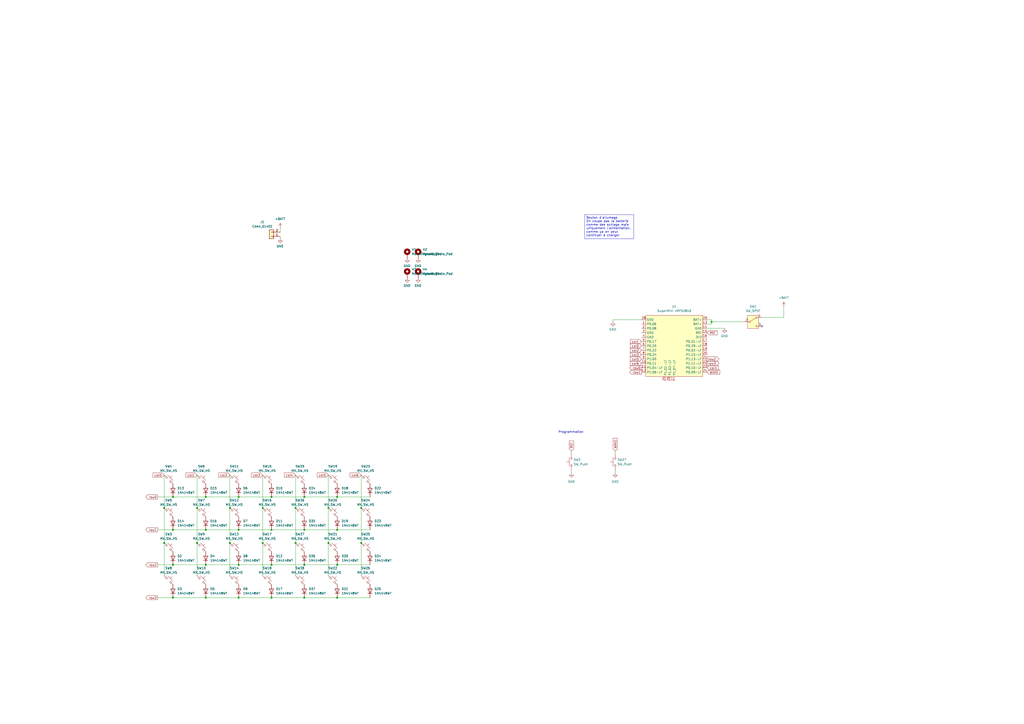
<source format=kicad_sch>
(kicad_sch (version 20231120) (generator "eeschema") (generator_version "8.0")
  (paper "A2")
  (lib_symbols
    (symbol "Connector_Generic:Conn_01x02" (pin_names (offset 1.016) hide)
      (property "Reference" "J" (at 0 2.54 0))
      (property "Value" "Conn_01x02" (at 0 -5.08 0))
      (symbol "Conn_01x02_1_1"
        (rectangle (start -1.27 -2.413) (end 0 -2.667) (stroke (width 0.1524)))
        (rectangle (start -1.27 0.127) (end 0 -0.127) (stroke (width 0.1524)))
        (rectangle (start -1.27 1.27) (end 1.27 -3.81) (stroke (width 0.254)) (fill (type background)))
        (pin passive line (at -5.08 0 0) (length 3.81) (name "Pin_1") (number "1"))
        (pin passive line (at -5.08 -2.54 0) (length 3.81) (name "Pin_2") (number "2"))
      )
    )
    (symbol "Diode:1N4148WT" (pin_numbers hide) (pin_names hide)
      (property "Reference" "D" (at 0 2.54 0))
      (property "Value" "1N4148WT" (at 0 -2.54 0))
      (symbol "1N4148WT_0_1"
        (polyline (pts (xy -1.27 1.27) (xy -1.27 -1.27)) (stroke (width 0.254)))
        (polyline (pts (xy 1.27 0) (xy -1.27 0)))
        (polyline (pts (xy 1.27 1.27) (xy 1.27 -1.27) (xy -1.27 0) (xy 1.27 1.27)) (stroke (width 0.254)))
      )
      (symbol "1N4148WT_1_1"
        (pin passive line (at -3.81 0 0) (length 2.54) (name "K") (number "1"))
        (pin passive line (at 3.81 0 180) (length 2.54) (name "A") (number "2"))
      )
    )
    (symbol "Mechanical:MountingHole_Pad" (pin_numbers hide) (pin_names (offset 1.016) hide) (exclude_from_sim yes) (in_bom no)
      (property "Reference" "H" (at 0 6.35 0))
      (property "Value" "MountingHole_Pad" (at 0 4.445 0))
      (symbol "MountingHole_Pad_0_1"
        (circle (center 0 1.27) (radius 1.27) (stroke (width 1.27)))
      )
      (symbol "MountingHole_Pad_1_1"
        (pin input line (at 0 -2.54 90) (length 2.54) (name "1") (number "1"))
      )
    )
    (symbol "PCM_marbastlib-mx:MX_SW_HS" (pin_numbers hide) (pin_names (offset 1.016) hide)
      (property "Reference" "MX" (at 3.048 1.016 0))
      (property "Value" "MX_SW_HS" (at 0 -3.81 0))
      (symbol "MX_SW_HS_0_1"
        (circle (center -1.1684 1.1684) (radius 0.508))
        (polyline (pts (xy -0.508 2.54) (xy 2.54 -0.508)))
        (polyline (pts (xy 1.016 1.016) (xy 2.032 2.032)))
        (polyline (pts (xy -2.54 2.54) (xy -1.524 1.524) (xy -1.524 1.524)))
        (polyline (pts (xy 1.524 -1.524) (xy 2.54 -2.54) (xy 2.54 -2.54) (xy 2.54 -2.54)))
        (circle (center 1.143 -1.1938) (radius 0.508))
        (pin passive line (at -2.54 2.54 0) (length 0) (name "1") (number "1"))
        (pin passive line (at 2.54 -2.54 180) (length 0) (name "2") (number "2"))
      )
    )
    (symbol "PCM_marbastlib-promicroish:SuperMini_nRF52840" (in_bom no)
      (property "Reference" "U" (at 0 22.86 0))
      (property "Value" "SuperMini nRF52840" (at 0 20.32 0))
      (symbol "SuperMini_nRF52840_0_0"
        (pin bidirectional line (at -19.05 13.97 0) (length 2.54) (name "P0.06") (number "1"))
        (pin bidirectional line (at -19.05 -8.89 0) (length 2.54) (name "P0.11") (number "10"))
        (pin bidirectional line (at -19.05 -11.43 0) (length 2.54) (name "P1.04-LF") (number "11"))
        (pin bidirectional line (at -19.05 -13.97 0) (length 2.54) (name "P1.06-LF") (number "12"))
        (pin power_out line (at 19.05 11.43 180) (length 2.54) (name "GND") (number "14"))
        (pin bidirectional line (at 19.05 8.89 180) (length 2.54) (name "RST") (number "15"))
        (pin bidirectional line (at 19.05 3.81 180) (length 2.54) (name "P0.31-LF") (number "17"))
        (pin bidirectional line (at 19.05 1.27 180) (length 2.54) (name "P0.29-LF") (number "18"))
        (pin bidirectional line (at 19.05 -1.27 180) (length 2.54) (name "P0.02-LF") (number "19"))
        (pin bidirectional line (at -19.05 11.43 0) (length 2.54) (name "P0.08") (number "2"))
        (pin bidirectional line (at 19.05 -3.81 180) (length 2.54) (name "P1.15-LF") (number "20"))
        (pin bidirectional line (at 19.05 -6.35 180) (length 2.54) (name "P1.13-LF") (number "21"))
        (pin bidirectional line (at 19.05 -8.89 180) (length 2.54) (name "P1.11-LF") (number "22"))
        (pin bidirectional line (at 19.05 -13.97 180) (length 2.54) (name "P0.09-LF") (number "24"))
        (pin power_out line (at -19.05 8.89 0) (length 2.54) (name "GND") (number "3"))
        (pin power_out line (at -19.05 6.35 0) (length 2.54) (name "GND") (number "4"))
        (pin bidirectional line (at -19.05 3.81 0) (length 2.54) (name "P0.17") (number "5"))
        (pin bidirectional line (at -19.05 1.27 0) (length 2.54) (name "P0.20") (number "6"))
        (pin bidirectional line (at -19.05 -1.27 0) (length 2.54) (name "P0.22") (number "7"))
        (pin bidirectional line (at -19.05 -3.81 0) (length 2.54) (name "P0.24") (number "8"))
        (pin bidirectional line (at -19.05 -6.35 0) (length 2.54) (name "P1.00") (number "9"))
      )
      (symbol "SuperMini_nRF52840_1_0"
        (pin power_out line (at 19.05 13.97 180) (length 2.54) (name "BAT+") (number "13"))
        (pin power_out line (at 19.05 6.35 180) (length 2.54) (name "3V3") (number "16"))
        (pin bidirectional line (at 19.05 -11.43 180) (length 2.54) (name "P0.10-LF") (number "23"))
        (pin bidirectional line (at -5.08 -19.05 90) (length 2.54) (name "P1.01-LF") (number "25"))
        (pin bidirectional line (at -2.54 -19.05 90) (length 2.54) (name "P1.02-LF") (number "26"))
        (pin bidirectional line (at 0 -19.05 90) (length 2.54) (name "P1.07-LF") (number "27"))
        (pin power_out line (at -19.05 16.51 0) (length 2.54) (name "GND") (number "28"))
        (pin power_out line (at 19.05 16.51 180) (length 2.54) (name "BAT+") (number "29"))
      )
      (symbol "SuperMini_nRF52840_1_1"
        (rectangle (start -16.51 19.05) (end 16.51 -16.51) (fill (type background)))
      )
    )
    (symbol "Switch:SW_Push" (pin_numbers hide) (pin_names (offset 1.016) hide)
      (property "Reference" "SW" (at 1.27 2.54 0))
      (property "Value" "SW_Push" (at 0 -1.524 0))
      (symbol "SW_Push_0_1"
        (circle (center -2.032 0) (radius 0.508))
        (polyline (pts (xy 0 1.27) (xy 0 3.048)))
        (polyline (pts (xy 2.54 1.27) (xy -2.54 1.27)))
        (circle (center 2.032 0) (radius 0.508))
        (pin passive line (at -5.08 0 0) (length 2.54) (name "1") (number "1"))
        (pin passive line (at 5.08 0 180) (length 2.54) (name "2") (number "2"))
      )
    )
    (symbol "Switch:SW_SPDT" (pin_names (offset 0) hide)
      (property "Reference" "SW" (at 0 5.08 0))
      (property "Value" "SW_SPDT" (at 0 -5.08 0))
      (symbol "SW_SPDT_0_1"
        (circle (center -2.032 0) (radius 0.4572))
        (polyline (pts (xy -1.651 0.254) (xy 1.651 2.286)))
        (circle (center 2.032 -2.54) (radius 0.4572))
        (circle (center 2.032 2.54) (radius 0.4572))
      )
      (symbol "SW_SPDT_1_1"
        (rectangle (start -3.175 3.81) (end 3.175 -3.81) (fill (type background)))
        (pin passive line (at 5.08 2.54 180) (length 2.54) (name "A") (number "1"))
        (pin passive line (at -5.08 0 0) (length 2.54) (name "B") (number "2"))
        (pin passive line (at 5.08 -2.54 180) (length 2.54) (name "C") (number "3"))
      )
    )
    (symbol "power:+BATT" (power) (pin_numbers hide) (pin_names (offset 0) hide)
      (property "Value" "+BATT" (at 0 3.556 0))
      (symbol "+BATT_0_1"
        (polyline (pts (xy -0.762 1.27) (xy 0 2.54)))
        (polyline (pts (xy 0 0) (xy 0 2.54)))
        (polyline (pts (xy 0 2.54) (xy 0.762 1.27)))
      )
      (symbol "+BATT_1_1"
        (pin power_in line (at 0 0 90) (length 0) (name "~") (number "1"))
      )
    )
    (symbol "power:GND" (power) (pin_numbers hide) (pin_names (offset 0) hide)
      (property "Value" "GND" (at 0 -3.81 0))
      (symbol "GND_0_1"
        (polyline (pts (xy 0 0) (xy 0 -1.27) (xy 1.27 -1.27) (xy 0 -2.54) (xy -1.27 -1.27) (xy 0 -1.27)))
      )
      (symbol "GND_1_1"
        (pin power_in line (at 0 0 270) (length 0) (name "~") (number "1"))
      )
    )
  )
  (junction (at 100.33 288.29))
  (junction (at 100.33 346.71))
  (junction (at 138.43 288.29))
  (junction (at 133.35 294.64))
  (junction (at 133.35 314.96))
  (junction (at 152.4 294.64))
  (junction (at 138.43 307.34))
  (junction (at 176.53 327.66))
  (junction (at 176.53 307.34))
  (junction (at 412.75 186.69))
  (junction (at 100.33 327.66))
  (junction (at 138.43 327.66))
  (junction (at 171.45 314.96))
  (junction (at 209.55 314.96))
  (junction (at 95.25 314.96))
  (junction (at 157.48 288.29))
  (junction (at 195.58 288.29))
  (junction (at 114.3 314.96))
  (junction (at 114.3 294.64))
  (junction (at 195.58 307.34))
  (junction (at 157.48 307.34))
  (junction (at 171.45 294.64))
  (junction (at 176.53 288.29))
  (junction (at 195.58 346.71))
  (junction (at 190.5 294.64))
  (junction (at 209.55 294.64))
  (junction (at 176.53 346.71))
  (junction (at 95.25 294.64))
  (junction (at 190.5 314.96))
  (junction (at 100.33 307.34))
  (junction (at 157.48 346.71))
  (junction (at 157.48 327.66))
  (junction (at 119.38 346.71))
  (junction (at 119.38 307.34))
  (junction (at 195.58 327.66))
  (junction (at 119.38 288.29))
  (junction (at 138.43 346.71))
  (junction (at 119.38 327.66))
  (junction (at 152.4 314.96))
  (no_connect (at 441.96 189.23))
  (wire (pts (xy 171.45 314.96) (xy 171.45 334.01)))
  (wire (pts (xy 133.35 294.64) (xy 133.35 314.96)))
  (wire (pts (xy 100.33 288.29) (xy 119.38 288.29)))
  (wire (pts (xy 195.58 346.71) (xy 214.63 346.71)))
  (wire (pts (xy 100.33 307.34) (xy 119.38 307.34)))
  (wire (pts (xy 195.58 327.66) (xy 214.63 327.66)))
  (wire (pts (xy 119.38 327.66) (xy 138.43 327.66)))
  (wire (pts (xy 412.75 186.69) (xy 412.75 187.96)))
  (wire (pts (xy 372.11 185.42) (xy 355.6 185.42)))
  (wire (pts (xy 410.21 187.96) (xy 412.75 187.96)))
  (wire (pts (xy 190.5 294.64) (xy 190.5 314.96)))
  (wire (pts (xy 152.4 275.59) (xy 152.4 294.64)))
  (wire (pts (xy 195.58 288.29) (xy 214.63 288.29)))
  (wire (pts (xy 454.66 177.8) (xy 454.66 184.15)))
  (wire (pts (xy 95.25 294.64) (xy 95.25 314.96)))
  (wire (pts (xy 119.38 346.71) (xy 138.43 346.71)))
  (wire (pts (xy 91.44 288.29) (xy 100.33 288.29)))
  (wire (pts (xy 171.45 294.64) (xy 171.45 314.96)))
  (wire (pts (xy 119.38 307.34) (xy 138.43 307.34)))
  (wire (pts (xy 176.53 346.71) (xy 195.58 346.71)))
  (wire (pts (xy 190.5 275.59) (xy 190.5 294.64)))
  (wire (pts (xy 138.43 288.29) (xy 157.48 288.29)))
  (wire (pts (xy 114.3 314.96) (xy 114.3 334.01)))
  (wire (pts (xy 157.48 327.66) (xy 176.53 327.66)))
  (wire (pts (xy 152.4 294.64) (xy 152.4 314.96)))
  (wire (pts (xy 209.55 294.64) (xy 209.55 314.96)))
  (wire (pts (xy 91.44 307.34) (xy 100.33 307.34)))
  (wire (pts (xy 171.45 275.59) (xy 171.45 294.64)))
  (wire (pts (xy 157.48 346.71) (xy 176.53 346.71)))
  (wire (pts (xy 176.53 307.34) (xy 195.58 307.34)))
  (wire (pts (xy 356.87 261.62) (xy 356.87 262.89)))
  (wire (pts (xy 331.47 274.32) (xy 331.47 273.05)))
  (wire (pts (xy 95.25 314.96) (xy 95.25 334.01)))
  (wire (pts (xy 91.44 346.71) (xy 100.33 346.71)))
  (wire (pts (xy 162.56 132.08) (xy 162.56 134.62)))
  (wire (pts (xy 157.48 307.34) (xy 176.53 307.34)))
  (wire (pts (xy 209.55 314.96) (xy 209.55 334.01)))
  (wire (pts (xy 157.48 288.29) (xy 176.53 288.29)))
  (wire (pts (xy 454.66 184.15) (xy 441.96 184.15)))
  (wire (pts (xy 133.35 314.96) (xy 133.35 334.01)))
  (wire (pts (xy 195.58 307.34) (xy 214.63 307.34)))
  (wire (pts (xy 412.75 185.42) (xy 410.21 185.42)))
  (wire (pts (xy 176.53 327.66) (xy 195.58 327.66)))
  (wire (pts (xy 152.4 314.96) (xy 152.4 334.01)))
  (wire (pts (xy 138.43 327.66) (xy 157.48 327.66)))
  (wire (pts (xy 100.33 327.66) (xy 119.38 327.66)))
  (wire (pts (xy 190.5 314.96) (xy 190.5 334.01)))
  (wire (pts (xy 209.55 275.59) (xy 209.55 294.64)))
  (wire (pts (xy 176.53 288.29) (xy 195.58 288.29)))
  (wire (pts (xy 91.44 327.66) (xy 100.33 327.66)))
  (wire (pts (xy 412.75 185.42) (xy 412.75 186.69)))
  (wire (pts (xy 162.56 137.16) (xy 162.56 138.43)))
  (wire (pts (xy 355.6 185.42) (xy 355.6 186.69)))
  (wire (pts (xy 138.43 307.34) (xy 157.48 307.34)))
  (wire (pts (xy 410.21 190.5) (xy 420.37 190.5)))
  (wire (pts (xy 133.35 275.59) (xy 133.35 294.64)))
  (wire (pts (xy 114.3 275.59) (xy 114.3 294.64)))
  (wire (pts (xy 119.38 288.29) (xy 138.43 288.29)))
  (wire (pts (xy 412.75 186.69) (xy 431.8 186.69)))
  (wire (pts (xy 95.25 275.59) (xy 95.25 294.64)))
  (wire (pts (xy 356.87 274.32) (xy 356.87 273.05)))
  (wire (pts (xy 138.43 346.71) (xy 157.48 346.71)))
  (wire (pts (xy 114.3 294.64) (xy 114.3 314.96)))
  (wire (pts (xy 331.47 261.62) (xy 331.47 262.89)))
  (wire (pts (xy 100.33 346.71) (xy 119.38 346.71)))
  (text_box "Bouton d'allumage\nOn coupe pas la batterie comme des schlags mais uniquement l'alimentation, comme ça on peut continuer à charger" (at 339.09 124.46 0) (size 28.575 13.97) (effects (font (size 1.27 1.27)) (justify left top)))
  (text "Programmation" (at 331.216 250.698 0) (effects (font (size 1.27 1.27))))
  (global_label "col6" (shape input) (at 372.11 210.82 180) (property "Intersheetrefs" "${INTERSHEET_REFS}" (effects (hide yes))))
  (global_label "col5" (shape input) (at 190.5 275.59 180) (property "Intersheetrefs" "${INTERSHEET_REFS}" (effects (hide yes))))
  (global_label "row3" (shape output) (at 410.21 210.82 0) (property "Intersheetrefs" "${INTERSHEET_REFS}" (effects (hide yes))))
  (global_label "col4" (shape input) (at 410.21 213.36 0) (property "Intersheetrefs" "${INTERSHEET_REFS}" (effects (hide yes))))
  (global_label "WAKE" (shape input) (at 410.21 215.9 0) (property "Intersheetrefs" "${INTERSHEET_REFS}" (effects (hide yes))))
  (global_label "col0" (shape input) (at 372.11 200.66 180) (property "Intersheetrefs" "${INTERSHEET_REFS}" (effects (hide yes))))
  (global_label "col0" (shape input) (at 95.25 275.59 180) (property "Intersheetrefs" "${INTERSHEET_REFS}" (effects (hide yes))))
  (global_label "row1" (shape output) (at 372.11 215.9 180) (property "Intersheetrefs" "${INTERSHEET_REFS}" (effects (hide yes))))
  (global_label "col2" (shape input) (at 372.11 203.2 180) (property "Intersheetrefs" "${INTERSHEET_REFS}" (effects (hide yes))))
  (global_label "row0" (shape output) (at 91.44 288.29 180) (property "Intersheetrefs" "${INTERSHEET_REFS}" (effects (hide yes))))
  (global_label "row1" (shape output) (at 91.44 307.34 180) (property "Intersheetrefs" "${INTERSHEET_REFS}" (effects (hide yes))))
  (global_label "col6" (shape input) (at 209.55 275.59 180) (property "Intersheetrefs" "${INTERSHEET_REFS}" (effects (hide yes))))
  (global_label "row2" (shape output) (at 91.44 327.66 180) (property "Intersheetrefs" "${INTERSHEET_REFS}" (effects (hide yes))))
  (global_label "row0" (shape output) (at 372.11 213.36 180) (property "Intersheetrefs" "${INTERSHEET_REFS}" (effects (hide yes))))
  (global_label "col4" (shape input) (at 171.45 275.59 180) (property "Intersheetrefs" "${INTERSHEET_REFS}" (effects (hide yes))))
  (global_label "col2" (shape input) (at 133.35 275.59 180) (property "Intersheetrefs" "${INTERSHEET_REFS}" (effects (hide yes))))
  (global_label "row2" (shape output) (at 410.21 208.28 0) (property "Intersheetrefs" "${INTERSHEET_REFS}" (effects (hide yes))))
  (global_label "col5" (shape input) (at 372.11 208.28 180) (property "Intersheetrefs" "${INTERSHEET_REFS}" (effects (hide yes))))
  (global_label "col3" (shape input) (at 152.4 275.59 180) (property "Intersheetrefs" "${INTERSHEET_REFS}" (effects (hide yes))))
  (global_label "col1" (shape input) (at 372.11 198.12 180) (property "Intersheetrefs" "${INTERSHEET_REFS}" (effects (hide yes))))
  (global_label "col3" (shape input) (at 372.11 205.74 180) (property "Intersheetrefs" "${INTERSHEET_REFS}" (effects (hide yes))))
  (global_label "RST" (shape input) (at 410.21 193.04 0) (property "Intersheetrefs" "${INTERSHEET_REFS}" (effects (hide yes))))
  (global_label "col1" (shape input) (at 114.3 275.59 180) (property "Intersheetrefs" "${INTERSHEET_REFS}" (effects (hide yes))))
  (global_label "WAKE" (shape input) (at 356.87 261.62 90) (property "Intersheetrefs" "${INTERSHEET_REFS}" (effects (hide yes))))
  (global_label "RST" (shape input) (at 331.47 261.62 90) (property "Intersheetrefs" "${INTERSHEET_REFS}" (effects (hide yes))))
  (global_label "row3" (shape output) (at 91.44 346.71 180) (property "Intersheetrefs" "${INTERSHEET_REFS}" (effects (hide yes))))
  (symbol (lib_id "PCM_marbastlib-mx:MX_SW_HS") (at 154.94 297.18 0) (unit 1)
    (property "Reference" "SW16" (at 154.94 290.195 0))
    (property "Value" "MX_SW_HS" (at 154.94 292.735 0))
    (property "Footprint" "PCM_marbastlib-mx:SW_MX_HS_CPG151101S11_1u" (effects (hide yes)))
  )
  (symbol (lib_id "PCM_marbastlib-mx:MX_SW_HS") (at 154.94 278.13 0) (unit 1)
    (property "Reference" "SW15" (at 154.94 270.51 0))
    (property "Value" "MX_SW_HS" (at 154.94 273.05 0))
    (property "Footprint" "PCM_marbastlib-mx:SW_MX_HS_CPG151101S11_1u" (effects (hide yes)))
  )
  (symbol (lib_id "PCM_marbastlib-mx:MX_SW_HS") (at 193.04 297.18 0) (unit 1)
    (property "Reference" "SW20" (at 193.04 290.195 0))
    (property "Value" "MX_SW_HS" (at 193.04 292.735 0))
    (property "Footprint" "PCM_marbastlib-mx:SW_MX_HS_CPG151101S11_1u" (effects (hide yes)))
  )
  (symbol (lib_id "Diode:1N4148WT") (at 176.53 323.85 90) (unit 1)
    (property "Reference" "D36" (at 179.07 322.5799 90) (effects (justify right)))
    (property "Value" "1N4148WT" (at 179.07 325.1199 90) (effects (justify right)))
    (property "Footprint" "Diode_SMD:D_SOD-523" (effects (hide yes)))
    (property "Datasheet" "https://www.diodes.com/assets/Datasheets/ds30396.pdf" (effects (hide yes)))
  )
  (symbol (lib_id "Diode:1N4148WT") (at 119.38 303.53 90) (unit 1)
    (property "Reference" "D16" (at 121.92 302.2599 90) (effects (justify right)))
    (property "Value" "1N4148WT" (at 121.92 304.7999 90) (effects (justify right)))
    (property "Footprint" "Diode_SMD:D_SOD-523" (effects (hide yes)))
    (property "Datasheet" "https://www.diodes.com/assets/Datasheets/ds30396.pdf" (effects (hide yes)))
  )
  (symbol (lib_id "Diode:1N4148WT") (at 176.53 303.53 90) (unit 1)
    (property "Reference" "D35" (at 179.07 302.2599 90) (effects (justify right)))
    (property "Value" "1N4148WT" (at 179.07 304.7999 90) (effects (justify right)))
    (property "Footprint" "Diode_SMD:D_SOD-523" (effects (hide yes)))
    (property "Datasheet" "https://www.diodes.com/assets/Datasheets/ds30396.pdf" (effects (hide yes)))
  )
  (symbol (lib_id "PCM_marbastlib-mx:MX_SW_HS") (at 212.09 336.55 0) (unit 1)
    (property "Reference" "SW26" (at 212.09 329.565 0))
    (property "Value" "MX_SW_HS" (at 212.09 332.105 0))
    (property "Footprint" "PCM_marbastlib-mx:SW_MX_HS_CPG151101S11_1u" (effects (hide yes)))
  )
  (symbol (lib_id "Diode:1N4148WT") (at 100.33 303.53 90) (unit 1)
    (property "Reference" "D14" (at 102.87 302.2599 90) (effects (justify right)))
    (property "Value" "1N4148WT" (at 102.87 304.7999 90) (effects (justify right)))
    (property "Footprint" "Diode_SMD:D_SOD-523" (effects (hide yes)))
    (property "Datasheet" "https://www.diodes.com/assets/Datasheets/ds30396.pdf" (effects (hide yes)))
  )
  (symbol (lib_id "Switch:SW_SPDT") (at 436.88 186.69 0) (unit 1)
    (property "Reference" "SW1" (at 436.88 177.8 0))
    (property "Value" "SW_SPDT" (at 436.88 180.34 0))
    (property "Footprint" "Button_Switch_SMD:SW_SPDT_PCM12" (effects (hide yes)))
    (property "Description" "Switch, single pole double throw" (effects (hide yes)))
    (property "Field5" "https://www.aliexpress.us/item/4000685483225.html?spm=a2g0o.productlist.main.21.311a1e6ad1tHnW&algo_pvid=b741b0aa-f7c3-4d56-b329-d05f07d31aa0&algo_exp_id=b741b0aa-f7c3-4d56-b329-d05f07d31aa0-10&pdp_npi=4%40dis%21EUR%211.64%211.64%21%21%211.73%211.73%21%402103867617205166636786777e7d0c%2112000037044894570%21sea%21FR%21108341905%21&curPageLogUid=C15y6FIbApU7&utparam-url=scene%3Asearch%7Cquery_from%3A" (effects (hide yes)))
  )
  (symbol (lib_id "PCM_marbastlib-mx:MX_SW_HS") (at 154.94 336.55 0) (unit 1)
    (property "Reference" "SW18" (at 154.94 329.565 0))
    (property "Value" "MX_SW_HS" (at 154.94 332.105 0))
    (property "Footprint" "PCM_marbastlib-mx:SW_MX_HS_CPG151101S11_1u" (effects (hide yes)))
  )
  (symbol (lib_id "Diode:1N4148WT") (at 119.38 342.9 90) (unit 1)
    (property "Reference" "D5" (at 121.92 341.6299 90) (effects (justify right)))
    (property "Value" "1N4148WT" (at 121.92 344.1699 90) (effects (justify right)))
    (property "Footprint" "Diode_SMD:D_SOD-523" (effects (hide yes)))
    (property "Datasheet" "https://www.diodes.com/assets/Datasheets/ds30396.pdf" (effects (hide yes)))
  )
  (symbol (lib_id "Diode:1N4148WT") (at 195.58 342.9 90) (unit 1)
    (property "Reference" "D21" (at 198.12 341.6299 90) (effects (justify right)))
    (property "Value" "1N4148WT" (at 198.12 344.1699 90) (effects (justify right)))
    (property "Footprint" "Diode_SMD:D_SOD-523" (effects (hide yes)))
    (property "Datasheet" "https://www.diodes.com/assets/Datasheets/ds30396.pdf" (effects (hide yes)))
  )
  (symbol (lib_id "PCM_marbastlib-mx:MX_SW_HS") (at 135.89 336.55 0) (unit 1)
    (property "Reference" "SW14" (at 135.89 329.565 0))
    (property "Value" "MX_SW_HS" (at 135.89 332.105 0))
    (property "Footprint" "PCM_marbastlib-mx:SW_MX_HS_CPG151101S11_1u" (effects (hide yes)))
  )
  (symbol (lib_id "Diode:1N4148WT") (at 138.43 342.9 90) (unit 1)
    (property "Reference" "D9" (at 140.97 341.6299 90) (effects (justify right)))
    (property "Value" "1N4148WT" (at 140.97 344.1699 90) (effects (justify right)))
    (property "Footprint" "Diode_SMD:D_SOD-523" (effects (hide yes)))
    (property "Datasheet" "https://www.diodes.com/assets/Datasheets/ds30396.pdf" (effects (hide yes)))
  )
  (symbol (lib_id "PCM_marbastlib-mx:MX_SW_HS") (at 193.04 317.5 0) (unit 1)
    (property "Reference" "SW21" (at 193.04 309.88 0))
    (property "Value" "MX_SW_HS" (at 193.04 312.42 0))
    (property "Footprint" "PCM_marbastlib-mx:SW_MX_HS_CPG151101S11_1u" (effects (hide yes)))
  )
  (symbol (lib_id "power:GND") (at 420.37 190.5 0) (mirror y) (unit 1)
    (property "Reference" "#PWR09" (effects (hide yes)))
    (property "Value" "GND" (at 420.243 194.8942 0))
  )
  (symbol (lib_id "PCM_marbastlib-mx:MX_SW_HS") (at 97.79 317.5 0) (unit 1)
    (property "Reference" "SW3" (at 97.79 309.88 0))
    (property "Value" "MX_SW_HS" (at 97.79 312.42 0))
    (property "Footprint" "PCM_marbastlib-mx:SW_MX_HS_CPG151101S11_1u" (effects (hide yes)))
  )
  (symbol (lib_id "Diode:1N4148WT") (at 176.53 342.9 90) (unit 1)
    (property "Reference" "D37" (at 179.07 341.6299 90) (effects (justify right)))
    (property "Value" "1N4148WT" (at 179.07 344.1699 90) (effects (justify right)))
    (property "Footprint" "Diode_SMD:D_SOD-523" (effects (hide yes)))
    (property "Datasheet" "https://www.diodes.com/assets/Datasheets/ds30396.pdf" (effects (hide yes)))
  )
  (symbol (lib_id "PCM_marbastlib-mx:MX_SW_HS") (at 173.99 336.55 0) (unit 1)
    (property "Reference" "SW38" (at 173.99 329.565 0))
    (property "Value" "MX_SW_HS" (at 173.99 332.105 0))
    (property "Footprint" "PCM_marbastlib-mx:SW_MX_HS_CPG151101S11_1u" (effects (hide yes)))
  )
  (symbol (lib_id "Diode:1N4148WT") (at 157.48 303.53 90) (unit 1)
    (property "Reference" "D11" (at 160.02 302.2599 90) (effects (justify right)))
    (property "Value" "1N4148WT" (at 160.02 304.7999 90) (effects (justify right)))
    (property "Footprint" "Diode_SMD:D_SOD-523" (effects (hide yes)))
    (property "Datasheet" "https://www.diodes.com/assets/Datasheets/ds30396.pdf" (effects (hide yes)))
  )
  (symbol (lib_id "PCM_marbastlib-mx:MX_SW_HS") (at 116.84 336.55 0) (unit 1)
    (property "Reference" "SW10" (at 116.84 329.565 0))
    (property "Value" "MX_SW_HS" (at 116.84 332.105 0))
    (property "Footprint" "PCM_marbastlib-mx:SW_MX_HS_CPG151101S11_1u" (effects (hide yes)))
  )
  (symbol (lib_id "Switch:SW_Push") (at 331.47 267.97 90) (unit 1)
    (property "Reference" "SW2" (at 332.74 266.6999 90) (effects (justify right)))
    (property "Value" "SW_Push" (at 332.74 269.2399 90) (effects (justify right)))
    (property "Footprint" "Button_Switch_THT:SW_PUSH_6mm_H5mm" (effects (hide yes)))
    (property "Description" "Push button switch, generic, two pins" (effects (hide yes)))
  )
  (symbol (lib_id "Mechanical:MountingHole_Pad") (at 236.22 158.75 0) (unit 1) (exclude_from_sim yes) (in_bom no)
    (property "Reference" "H3" (at 238.76 156.2099 0) (effects (justify left)))
    (property "Value" "MountingHole_Pad" (at 238.76 158.7499 0) (effects (justify left)))
    (property "Footprint" "MountingHole:MountingHole_3.2mm_M3_ISO7380_Pad" (effects (hide yes)))
    (property "Description" "Mounting Hole with connection" (effects (hide yes)))
  )
  (symbol (lib_id "Switch:SW_Push") (at 356.87 267.97 90) (unit 1)
    (property "Reference" "SW27" (at 358.14 266.6999 90) (effects (justify right)))
    (property "Value" "SW_Push" (at 358.14 269.2399 90) (effects (justify right)))
    (property "Footprint" "Button_Switch_THT:SW_PUSH_6mm_H5mm" (effects (hide yes)))
    (property "Description" "Push button switch, generic, two pins" (effects (hide yes)))
  )
  (symbol (lib_id "Mechanical:MountingHole_Pad") (at 242.57 147.32 0) (unit 1) (exclude_from_sim yes) (in_bom no)
    (property "Reference" "H2" (at 245.11 144.7799 0) (effects (justify left)))
    (property "Value" "MountingHole_Pad" (at 245.11 147.3199 0) (effects (justify left)))
    (property "Footprint" "MountingHole:MountingHole_3.2mm_M3_ISO7380_Pad" (effects (hide yes)))
    (property "Description" "Mounting Hole with connection" (effects (hide yes)))
  )
  (symbol (lib_id "PCM_marbastlib-mx:MX_SW_HS") (at 116.84 317.5 0) (unit 1)
    (property "Reference" "SW9" (at 116.84 309.88 0))
    (property "Value" "MX_SW_HS" (at 116.84 312.42 0))
    (property "Footprint" "PCM_marbastlib-mx:SW_MX_HS_CPG151101S11_1u" (effects (hide yes)))
  )
  (symbol (lib_id "Diode:1N4148WT") (at 214.63 303.53 90) (unit 1)
    (property "Reference" "D23" (at 217.17 302.2599 90) (effects (justify right)))
    (property "Value" "1N4148WT" (at 217.17 304.7999 90) (effects (justify right)))
    (property "Footprint" "Diode_SMD:D_SOD-523" (effects (hide yes)))
    (property "Datasheet" "https://www.diodes.com/assets/Datasheets/ds30396.pdf" (effects (hide yes)))
  )
  (symbol (lib_id "Mechanical:MountingHole_Pad") (at 236.22 147.32 0) (unit 1) (exclude_from_sim yes) (in_bom no)
    (property "Reference" "H1" (at 238.76 144.7799 0) (effects (justify left)))
    (property "Value" "MountingHole_Pad" (at 238.76 147.3199 0) (effects (justify left)))
    (property "Footprint" "MountingHole:MountingHole_3.2mm_M3_ISO7380_Pad" (effects (hide yes)))
    (property "Description" "Mounting Hole with connection" (effects (hide yes)))
  )
  (symbol (lib_id "PCM_marbastlib-mx:MX_SW_HS") (at 212.09 278.13 0) (unit 1)
    (property "Reference" "SW23" (at 212.09 270.51 0))
    (property "Value" "MX_SW_HS" (at 212.09 273.05 0))
    (property "Footprint" "PCM_marbastlib-mx:SW_MX_HS_CPG151101S11_1u" (effects (hide yes)))
  )
  (symbol (lib_id "power:GND") (at 331.47 274.32 0) (unit 1)
    (property "Reference" "#PWR010" (effects (hide yes)))
    (property "Value" "GND" (at 331.47 279.4 0))
    (property "Description" "Power symbol creates a global label with name \"GND\" , ground" (effects (hide yes)))
  )
  (symbol (lib_id "PCM_marbastlib-mx:MX_SW_HS") (at 193.04 336.55 0) (unit 1)
    (property "Reference" "SW22" (at 193.04 329.565 0))
    (property "Value" "MX_SW_HS" (at 193.04 332.105 0))
    (property "Footprint" "PCM_marbastlib-mx:SW_MX_HS_CPG151101S11_1u" (effects (hide yes)))
  )
  (symbol (lib_id "PCM_marbastlib-mx:MX_SW_HS") (at 135.89 278.13 0) (unit 1)
    (property "Reference" "SW11" (at 135.89 270.51 0))
    (property "Value" "MX_SW_HS" (at 135.89 273.05 0))
    (property "Footprint" "PCM_marbastlib-mx:SW_MX_HS_CPG151101S11_1u" (effects (hide yes)))
  )
  (symbol (lib_id "Mechanical:MountingHole_Pad") (at 242.57 158.75 0) (unit 1) (exclude_from_sim yes) (in_bom no)
    (property "Reference" "H4" (at 245.11 156.2099 0) (effects (justify left)))
    (property "Value" "MountingHole_Pad" (at 245.11 158.7499 0) (effects (justify left)))
    (property "Footprint" "MountingHole:MountingHole_3.2mm_M3_ISO7380_Pad" (effects (hide yes)))
    (property "Description" "Mounting Hole with connection" (effects (hide yes)))
  )
  (symbol (lib_id "PCM_marbastlib-mx:MX_SW_HS") (at 97.79 336.55 0) (unit 1)
    (property "Reference" "SW8" (at 97.79 329.565 0))
    (property "Value" "MX_SW_HS" (at 97.79 332.105 0))
    (property "Footprint" "PCM_marbastlib-mx:SW_MX_HS_CPG151101S11_1u" (effects (hide yes)))
  )
  (symbol (lib_id "Diode:1N4148WT") (at 119.38 323.85 90) (unit 1)
    (property "Reference" "D4" (at 121.92 322.5799 90) (effects (justify right)))
    (property "Value" "1N4148WT" (at 121.92 325.1199 90) (effects (justify right)))
    (property "Footprint" "Diode_SMD:D_SOD-523" (effects (hide yes)))
    (property "Datasheet" "https://www.diodes.com/assets/Datasheets/ds30396.pdf" (effects (hide yes)))
  )
  (symbol (lib_id "Diode:1N4148WT") (at 157.48 342.9 90) (unit 1)
    (property "Reference" "D17" (at 160.02 341.6299 90) (effects (justify right)))
    (property "Value" "1N4148WT" (at 160.02 344.1699 90) (effects (justify right)))
    (property "Footprint" "Diode_SMD:D_SOD-523" (effects (hide yes)))
    (property "Datasheet" "https://www.diodes.com/assets/Datasheets/ds30396.pdf" (effects (hide yes)))
  )
  (symbol (lib_id "Diode:1N4148WT") (at 119.38 284.48 90) (unit 1)
    (property "Reference" "D15" (at 121.92 283.2099 90) (effects (justify right)))
    (property "Value" "1N4148WT" (at 121.92 285.7499 90) (effects (justify right)))
    (property "Footprint" "Diode_SMD:D_SOD-523" (effects (hide yes)))
    (property "Datasheet" "https://www.diodes.com/assets/Datasheets/ds30396.pdf" (effects (hide yes)))
  )
  (symbol (lib_id "Diode:1N4148WT") (at 195.58 284.48 90) (unit 1)
    (property "Reference" "D18" (at 198.12 283.2099 90) (effects (justify right)))
    (property "Value" "1N4148WT" (at 198.12 285.7499 90) (effects (justify right)))
    (property "Footprint" "Diode_SMD:D_SOD-523" (effects (hide yes)))
    (property "Datasheet" "https://www.diodes.com/assets/Datasheets/ds30396.pdf" (effects (hide yes)))
  )
  (symbol (lib_id "PCM_marbastlib-mx:MX_SW_HS") (at 173.99 278.13 0) (unit 1)
    (property "Reference" "SW35" (at 173.99 270.51 0))
    (property "Value" "MX_SW_HS" (at 173.99 273.05 0))
    (property "Footprint" "PCM_marbastlib-mx:SW_MX_HS_CPG151101S11_1u" (effects (hide yes)))
  )
  (symbol (lib_id "Diode:1N4148WT") (at 100.33 284.48 90) (unit 1)
    (property "Reference" "D13" (at 102.87 283.2099 90) (effects (justify right)))
    (property "Value" "1N4148WT" (at 102.87 285.7499 90) (effects (justify right)))
    (property "Footprint" "Diode_SMD:D_SOD-523" (effects (hide yes)))
    (property "Datasheet" "https://www.diodes.com/assets/Datasheets/ds30396.pdf" (effects (hide yes)))
  )
  (symbol (lib_id "Diode:1N4148WT") (at 157.48 284.48 90) (unit 1)
    (property "Reference" "D10" (at 160.02 283.2099 90) (effects (justify right)))
    (property "Value" "1N4148WT" (at 160.02 285.7499 90) (effects (justify right)))
    (property "Footprint" "Diode_SMD:D_SOD-523" (effects (hide yes)))
    (property "Datasheet" "https://www.diodes.com/assets/Datasheets/ds30396.pdf" (effects (hide yes)))
  )
  (symbol (lib_id "power:GND") (at 356.87 274.32 0) (unit 1)
    (property "Reference" "#PWR011" (effects (hide yes)))
    (property "Value" "GND" (at 356.87 279.4 0))
    (property "Description" "Power symbol creates a global label with name \"GND\" , ground" (effects (hide yes)))
  )
  (symbol (lib_id "power:GND") (at 242.57 149.86 0) (mirror y) (unit 1)
    (property "Reference" "#PWR04" (effects (hide yes)))
    (property "Value" "GND" (at 242.443 154.2542 0))
  )
  (symbol (lib_id "Diode:1N4148WT") (at 138.43 284.48 90) (unit 1)
    (property "Reference" "D6" (at 140.97 283.2099 90) (effects (justify right)))
    (property "Value" "1N4148WT" (at 140.97 285.7499 90) (effects (justify right)))
    (property "Footprint" "Diode_SMD:D_SOD-523" (effects (hide yes)))
    (property "Datasheet" "https://www.diodes.com/assets/Datasheets/ds30396.pdf" (effects (hide yes)))
  )
  (symbol (lib_id "PCM_marbastlib-mx:MX_SW_HS") (at 212.09 297.18 0) (unit 1)
    (property "Reference" "SW24" (at 212.09 290.195 0))
    (property "Value" "MX_SW_HS" (at 212.09 292.735 0))
    (property "Footprint" "PCM_marbastlib-mx:SW_MX_HS_CPG151101S11_1u" (effects (hide yes)))
  )
  (symbol (lib_id "PCM_marbastlib-promicroish:SuperMini_nRF52840") (at 391.16 201.93 0) (unit 1) (in_bom no)
    (property "Reference" "U1" (at 391.16 177.8 0))
    (property "Value" "SuperMini nRF52840" (at 391.16 180.34 0))
    (property "Footprint" "PCM_marbastlib-xp-promicroish:SuperMini_nRF52840_AH_USBup" (effects (hide yes)))
    (property "Datasheet" "https://wiki.icbbuy.com/doku.php?id=developmentboard:nrf52840" (effects (hide yes)))
    (property "Description" "Symbol for an nicekeyboards nice!nano" (effects (hide yes)))
  )
  (symbol (lib_id "Diode:1N4148WT") (at 195.58 303.53 90) (unit 1)
    (property "Reference" "D19" (at 198.12 302.2599 90) (effects (justify right)))
    (property "Value" "1N4148WT" (at 198.12 304.7999 90) (effects (justify right)))
    (property "Footprint" "Diode_SMD:D_SOD-523" (effects (hide yes)))
    (property "Datasheet" "https://www.diodes.com/assets/Datasheets/ds30396.pdf" (effects (hide yes)))
  )
  (symbol (lib_id "PCM_marbastlib-mx:MX_SW_HS") (at 97.79 297.18 0) (unit 1)
    (property "Reference" "SW5" (at 97.79 290.195 0))
    (property "Value" "MX_SW_HS" (at 97.79 292.735 0))
    (property "Footprint" "PCM_marbastlib-mx:SW_MX_HS_CPG151101S11_1u" (effects (hide yes)))
  )
  (symbol (lib_id "PCM_marbastlib-mx:MX_SW_HS") (at 97.79 278.13 0) (unit 1)
    (property "Reference" "SW4" (at 97.79 270.51 0))
    (property "Value" "MX_SW_HS" (at 97.79 273.05 0))
    (property "Footprint" "PCM_marbastlib-mx:SW_MX_HS_CPG151101S11_1u" (effects (hide yes)))
  )
  (symbol (lib_id "PCM_marbastlib-mx:MX_SW_HS") (at 173.99 297.18 0) (unit 1)
    (property "Reference" "SW36" (at 173.99 290.195 0))
    (property "Value" "MX_SW_HS" (at 173.99 292.735 0))
    (property "Footprint" "PCM_marbastlib-mx:SW_MX_HS_CPG151101S11_1u" (effects (hide yes)))
  )
  (symbol (lib_id "Diode:1N4148WT") (at 176.53 284.48 90) (unit 1)
    (property "Reference" "D34" (at 179.07 283.2099 90) (effects (justify right)))
    (property "Value" "1N4148WT" (at 179.07 285.7499 90) (effects (justify right)))
    (property "Footprint" "Diode_SMD:D_SOD-523" (effects (hide yes)))
    (property "Datasheet" "https://www.diodes.com/assets/Datasheets/ds30396.pdf" (effects (hide yes)))
  )
  (symbol (lib_id "Diode:1N4148WT") (at 138.43 303.53 90) (unit 1)
    (property "Reference" "D7" (at 140.97 302.2599 90) (effects (justify right)))
    (property "Value" "1N4148WT" (at 140.97 304.7999 90) (effects (justify right)))
    (property "Footprint" "Diode_SMD:D_SOD-523" (effects (hide yes)))
    (property "Datasheet" "https://www.diodes.com/assets/Datasheets/ds30396.pdf" (effects (hide yes)))
  )
  (symbol (lib_id "power:+BATT") (at 162.56 132.08 0) (mirror y) (unit 1)
    (property "Reference" "#PWR01" (effects (hide yes)))
    (property "Value" "+BATT" (at 162.56 127 0))
  )
  (symbol (lib_id "PCM_marbastlib-mx:MX_SW_HS") (at 193.04 278.13 0) (unit 1)
    (property "Reference" "SW19" (at 193.04 270.51 0))
    (property "Value" "MX_SW_HS" (at 193.04 273.05 0))
    (property "Footprint" "PCM_marbastlib-mx:SW_MX_HS_CPG151101S11_1u" (effects (hide yes)))
  )
  (symbol (lib_id "Diode:1N4148WT") (at 138.43 323.85 90) (unit 1)
    (property "Reference" "D8" (at 140.97 322.5799 90) (effects (justify right)))
    (property "Value" "1N4148WT" (at 140.97 325.1199 90) (effects (justify right)))
    (property "Footprint" "Diode_SMD:D_SOD-523" (effects (hide yes)))
    (property "Datasheet" "https://www.diodes.com/assets/Datasheets/ds30396.pdf" (effects (hide yes)))
  )
  (symbol (lib_id "PCM_marbastlib-mx:MX_SW_HS") (at 135.89 297.18 0) (unit 1)
    (property "Reference" "SW12" (at 135.89 290.195 0))
    (property "Value" "MX_SW_HS" (at 135.89 292.735 0))
    (property "Footprint" "PCM_marbastlib-mx:SW_MX_HS_CPG151101S11_1u" (effects (hide yes)))
  )
  (symbol (lib_id "power:GND") (at 162.56 138.43 0) (mirror y) (unit 1)
    (property "Reference" "#PWR02" (effects (hide yes)))
    (property "Value" "GND" (at 162.433 142.8242 0))
  )
  (symbol (lib_id "Diode:1N4148WT") (at 214.63 284.48 90) (unit 1)
    (property "Reference" "D22" (at 217.17 283.2099 90) (effects (justify right)))
    (property "Value" "1N4148WT" (at 217.17 285.7499 90) (effects (justify right)))
    (property "Footprint" "Diode_SMD:D_SOD-523" (effects (hide yes)))
    (property "Datasheet" "https://www.diodes.com/assets/Datasheets/ds30396.pdf" (effects (hide yes)))
  )
  (symbol (lib_id "PCM_marbastlib-mx:MX_SW_HS") (at 116.84 278.13 0) (unit 1)
    (property "Reference" "SW6" (at 116.84 270.51 0))
    (property "Value" "MX_SW_HS" (at 116.84 273.05 0))
    (property "Footprint" "PCM_marbastlib-mx:SW_MX_HS_CPG151101S11_1u" (effects (hide yes)))
  )
  (symbol (lib_id "PCM_marbastlib-mx:MX_SW_HS") (at 173.99 317.5 0) (unit 1)
    (property "Reference" "SW37" (at 173.99 309.88 0))
    (property "Value" "MX_SW_HS" (at 173.99 312.42 0))
    (property "Footprint" "PCM_marbastlib-mx:SW_MX_HS_CPG151101S11_1u" (effects (hide yes)))
  )
  (symbol (lib_id "Diode:1N4148WT") (at 157.48 323.85 90) (unit 1)
    (property "Reference" "D12" (at 160.02 322.5799 90) (effects (justify right)))
    (property "Value" "1N4148WT" (at 160.02 325.1199 90) (effects (justify right)))
    (property "Footprint" "Diode_SMD:D_SOD-523" (effects (hide yes)))
    (property "Datasheet" "https://www.diodes.com/assets/Datasheets/ds30396.pdf" (effects (hide yes)))
  )
  (symbol (lib_id "power:GND") (at 236.22 161.29 0) (mirror y) (unit 1)
    (property "Reference" "#PWR05" (effects (hide yes)))
    (property "Value" "GND" (at 236.093 165.6842 0))
  )
  (symbol (lib_id "PCM_marbastlib-mx:MX_SW_HS") (at 135.89 317.5 0) (unit 1)
    (property "Reference" "SW13" (at 135.89 309.88 0))
    (property "Value" "MX_SW_HS" (at 135.89 312.42 0))
    (property "Footprint" "PCM_marbastlib-mx:SW_MX_HS_CPG151101S11_1u" (effects (hide yes)))
  )
  (symbol (lib_id "Diode:1N4148WT") (at 195.58 323.85 90) (unit 1)
    (property "Reference" "D20" (at 198.12 322.5799 90) (effects (justify right)))
    (property "Value" "1N4148WT" (at 198.12 325.1199 90) (effects (justify right)))
    (property "Footprint" "Diode_SMD:D_SOD-523" (effects (hide yes)))
    (property "Datasheet" "https://www.diodes.com/assets/Datasheets/ds30396.pdf" (effects (hide yes)))
  )
  (symbol (lib_id "power:GND") (at 355.6 186.69 0) (mirror y) (unit 1)
    (property "Reference" "#PWR08" (effects (hide yes)))
    (property "Value" "GND" (at 355.473 191.0842 0))
  )
  (symbol (lib_id "power:GND") (at 242.57 161.29 0) (mirror y) (unit 1)
    (property "Reference" "#PWR06" (effects (hide yes)))
    (property "Value" "GND" (at 242.443 165.6842 0))
  )
  (symbol (lib_id "Diode:1N4148WT") (at 214.63 342.9 90) (unit 1)
    (property "Reference" "D25" (at 217.17 341.6299 90) (effects (justify right)))
    (property "Value" "1N4148WT" (at 217.17 344.1699 90) (effects (justify right)))
    (property "Footprint" "Diode_SMD:D_SOD-523" (effects (hide yes)))
    (property "Datasheet" "https://www.diodes.com/assets/Datasheets/ds30396.pdf" (effects (hide yes)))
  )
  (symbol (lib_id "PCM_marbastlib-mx:MX_SW_HS") (at 212.09 317.5 0) (unit 1)
    (property "Reference" "SW25" (at 212.09 309.88 0))
    (property "Value" "MX_SW_HS" (at 212.09 312.42 0))
    (property "Footprint" "PCM_marbastlib-mx:SW_MX_HS_CPG151101S11_1u" (effects (hide yes)))
  )
  (symbol (lib_id "PCM_marbastlib-mx:MX_SW_HS") (at 116.84 297.18 0) (unit 1)
    (property "Reference" "SW7" (at 116.84 290.195 0))
    (property "Value" "MX_SW_HS" (at 116.84 292.735 0))
    (property "Footprint" "PCM_marbastlib-mx:SW_MX_HS_CPG151101S11_1u" (effects (hide yes)))
  )
  (symbol (lib_id "Diode:1N4148WT") (at 100.33 323.85 90) (unit 1)
    (property "Reference" "D2" (at 102.87 322.5799 90) (effects (justify right)))
    (property "Value" "1N4148WT" (at 102.87 325.1199 90) (effects (justify right)))
    (property "Footprint" "Diode_SMD:D_SOD-523" (effects (hide yes)))
    (property "Datasheet" "https://www.diodes.com/assets/Datasheets/ds30396.pdf" (effects (hide yes)))
  )
  (symbol (lib_id "Diode:1N4148WT") (at 214.63 323.85 90) (unit 1)
    (property "Reference" "D24" (at 217.17 322.5799 90) (effects (justify right)))
    (property "Value" "1N4148WT" (at 217.17 325.1199 90) (effects (justify right)))
    (property "Footprint" "Diode_SMD:D_SOD-523" (effects (hide yes)))
    (property "Datasheet" "https://www.diodes.com/assets/Datasheets/ds30396.pdf" (effects (hide yes)))
  )
  (symbol (lib_id "Connector_Generic:Conn_01x02") (at 157.48 137.16 180) (unit 1)
    (property "Reference" "J1" (at 152.146 128.778 0))
    (property "Value" "Conn_01x02" (at 152.146 131.318 0))
    (property "Footprint" "Connector_JST:JST_XH_B2B-XH-AM_1x02_P2.50mm_Vertical" (effects (hide yes)))
    (property "Description" "Generic connector, single row, 01x02, script generated (kicad-library-utils/schlib/autogen/connector/)" (effects (hide yes)))
  )
  (symbol (lib_id "power:+BATT") (at 454.66 177.8 0) (unit 1)
    (property "Reference" "#PWR07" (effects (hide yes)))
    (property "Value" "+BATT" (at 454.66 172.72 0))
    (property "Description" "Power symbol creates a global label with name \"+BATT\"" (effects (hide yes)))
  )
  (symbol (lib_id "PCM_marbastlib-mx:MX_SW_HS") (at 154.94 317.5 0) (unit 1)
    (property "Reference" "SW17" (at 154.94 309.88 0))
    (property "Value" "MX_SW_HS" (at 154.94 312.42 0))
    (property "Footprint" "PCM_marbastlib-mx:SW_MX_HS_CPG151101S11_1u" (effects (hide yes)))
  )
  (symbol (lib_id "Diode:1N4148WT") (at 100.33 342.9 90) (unit 1)
    (property "Reference" "D3" (at 102.87 341.6299 90) (effects (justify right)))
    (property "Value" "1N4148WT" (at 102.87 344.1699 90) (effects (justify right)))
    (property "Footprint" "Diode_SMD:D_SOD-523" (effects (hide yes)))
    (property "Datasheet" "https://www.diodes.com/assets/Datasheets/ds30396.pdf" (effects (hide yes)))
  )
  (symbol (lib_id "power:GND") (at 236.22 149.86 0) (mirror y) (unit 1)
    (property "Reference" "#PWR03" (effects (hide yes)))
    (property "Value" "GND" (at 236.093 154.2542 0))
  )
)
</source>
